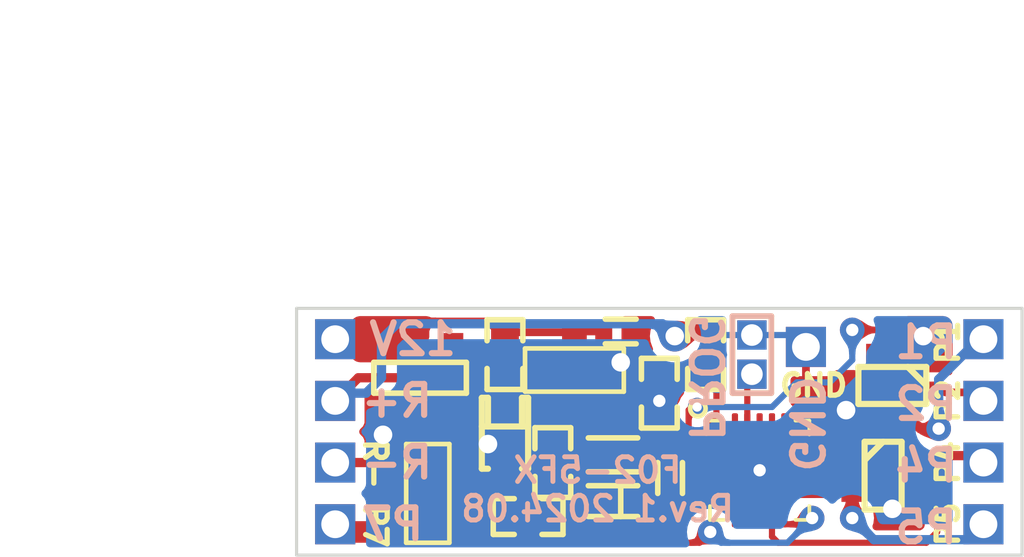
<source format=kicad_pcb>
(kicad_pcb (version 20221018) (generator pcbnew)
  (layers (0 "F.Cu" signal) (31 "B.Cu" signal) (34 "B.Paste" user) (35 "F.Paste" user) (36 "B.SilkS" user "B.Silkscreen") (37 "F.SilkS" user "F.Silkscreen") (38 "B.Mask" user) (39 "F.Mask" user) (44 "Edge.Cuts" user))
  (net 0 "")
  (net 1 "+5V")
  (net 2 "GND")
  (net 3 "+12V")
  (net 4 "RAIL-")
  (net 5 "RAIL+")
  (net 6 "Net-(D2-K)")
  (net 7 "UPDI")
  (net 8 "Func7")
  (net 9 "Net-(U1-PA2)")
  (net 10 "Net-(U1-PA4)")
  (net 11 "Func1")
  (net 12 "ABC+")
  (net 13 "FWD")
  (net 14 "Func3")
  (net 15 "Func5")
  (net 16 "Func4")
  (net 17 "TXD")
  (net 18 "DIR_JP")
  (net 19 "PWM")
  (net 20 "Func6")
  (net 21 "Func2")
  (net 22 "ABC-")
  (net 23 "REV")
  (net 24 "BEMF")
  (net 25 "/FX7")
  (net 26 "/FX4")
  (net 27 "/FX2")
  (net 28 "/FX1")
  (net 29 "/FX5")
  (footprint "footprint:C_1005_v2" (layer "F.Cu") (at 113.5 83.75)
    (fp_text reference "C2" hide)
    (fp_text value "104" hide)
    (fp_line (start -0.5 -0.4) (end 0.5 -0.4) (stroke (width 0.18)) (layer "F.SilkS"))
    (fp_line (start 0.5 0.4) (end -0.5 0.4) (stroke (width 0.18)) (layer "F.SilkS"))
    (pad "1" smd rect (at -0.55 0) (size 0.55 0.5) (layers "F.Cu" "F.Paste" "F.Mask") (net 3 "+12V"))
    (pad "2" smd rect (at 0.55 0) (size 0.55 0.5) (layers "F.Cu" "F.Paste" "F.Mask") (net 2 "GND"))
  )
  (footprint "footprint:UMD2" (layer "F.Cu") (at 109.75 87.2 90)
    (fp_text reference "D2" hide)
    (fp_text value "UDZV5.6B" hide)
    (fp_line (start -1 -0.75) (end 1.3 -0.75) (stroke (width 0.2)) (layer "F.SilkS"))
    (fp_line (start -1 -0.55) (end -1 -0.75) (stroke (width 0.2)) (layer "F.SilkS"))
    (fp_line (start -1 0.55) (end -1 0.75) (stroke (width 0.2)) (layer "F.SilkS"))
    (fp_line (start -1 0.75) (end 1.3 0.75) (stroke (width 0.2)) (layer "F.SilkS"))
    (fp_line (start 0.37 -0.75) (end 0.37 0.75) (stroke (width 0.2)) (layer "F.SilkS"))
    (fp_line (start 0.37 -0.55) (end 1.3 -0.55) (stroke (width 0.2)) (layer "F.SilkS"))
    (fp_line (start 0.37 0.55) (end 1.3 0.55) (stroke (width 0.2)) (layer "F.SilkS"))
    (fp_line (start 1.3 -0.75) (end 1.3 -0.55) (stroke (width 0.2)) (layer "F.SilkS"))
    (fp_line (start 1.3 0.75) (end 1.3 0.55) (stroke (width 0.2)) (layer "F.SilkS"))
    (pad "1" smd rect (at 1.05 0 90) (size 0.8 0.9) (layers "F.Cu" "F.Paste" "F.Mask") (net 6 "Net-(D2-K)"))
    (pad "2" smd rect (at -1.05 0 90) (size 0.8 0.9) (layers "F.Cu" "F.Paste" "F.Mask") (net 2 "GND"))
  )
  (footprint "footprint:PAD_1.3x1.3_Hole0.9" (layer "F.Cu") (at 125.25 88)
    (fp_text reference "J2" hide)
    (fp_text value "PAD" hide)
    (pad "1" thru_hole rect (at 0 0) (size 1.3 1.3) (drill 0.9) (layers "*.Cu" "*.Mask") (net 26 "/FX4"))
  )
  (footprint "footprint:PAD_1.3x1.3_Hole0.9" (layer "F.Cu") (at 125.25 84)
    (fp_text reference "J4" hide)
    (fp_text value "PAD" hide)
    (pad "1" thru_hole rect (at 0 0) (size 1.3 1.3) (drill 0.9) (layers "*.Cu" "*.Mask") (net 28 "/FX1"))
  )
  (footprint "footprint:SOT-363-nomark-v2" (layer "F.Cu") (at 122.3 85.5 180)
    (fp_text reference "Q2" hide)
    (fp_text value "2N7002DW" hide)
    (fp_line (start -1.1 -0.6) (end -1.1 0.6) (stroke (width 0.2)) (layer "F.SilkS"))
    (fp_line (start -1.1 0) (end -0.5 0.6) (stroke (width 0.2)) (layer "F.SilkS"))
    (fp_line (start -1.1 0.6) (end 1.1 0.6) (stroke (width 0.2)) (layer "F.SilkS"))
    (fp_line (start 1.1 -0.6) (end -1.1 -0.6) (stroke (width 0.2)) (layer "F.SilkS"))
    (fp_line (start 1.1 -0.6) (end 1.1 0.6) (stroke (width 0.2)) (layer "F.SilkS"))
    (pad "1" smd rect (at -0.65 0.95 180) (size 0.4 0.8) (layers "F.Cu" "F.Paste" "F.Mask") (net 2 "GND"))
    (pad "2" smd rect (at 0 0.95 180) (size 0.4 0.8) (layers "F.Cu" "F.Paste" "F.Mask") (net 11 "Func1"))
    (pad "3" smd rect (at 0.65 0.95 180) (size 0.4 0.8) (layers "F.Cu" "F.Paste" "F.Mask") (net 27 "/FX2"))
    (pad "4" smd rect (at 0.65 -0.95 180) (size 0.4 0.8) (layers "F.Cu" "F.Paste" "F.Mask") (net 2 "GND"))
    (pad "5" smd rect (at 0 -0.95 180) (size 0.4 0.8) (layers "F.Cu" "F.Paste" "F.Mask") (net 21 "Func2"))
    (pad "6" smd rect (at -0.65 -0.95 180) (size 0.4 0.8) (layers "F.Cu" "F.Paste" "F.Mask") (net 28 "/FX1"))
  )
  (footprint "footprint:R_1608_20240411" (layer "F.Cu") (at 111.3 88 90)
    (fp_text reference "R4" hide)
    (fp_text value "104" hide)
    (fp_line (start -1.13 -0.58) (end -1.13 0.58) (stroke (width 0.18)) (layer "F.SilkS"))
    (fp_line (start -1.13 0.58) (end -0.45 0.58) (stroke (width 0.18)) (layer "F.SilkS"))
    (fp_line (start -0.45 -0.58) (end -1.13 -0.58) (stroke (width 0.18)) (layer "F.SilkS"))
    (fp_line (start 0.45 -0.58) (end 1.13 -0.58) (stroke (width 0.18)) (layer "F.SilkS"))
    (fp_line (start 1.13 -0.58) (end 1.13 0.58) (stroke (width 0.18)) (layer "F.SilkS"))
    (fp_line (start 1.13 0.58) (end 0.45 0.58) (stroke (width 0.18)) (layer "F.SilkS"))
    (pad "1" smd rect (at -0.75 0 90) (size 0.5 0.9) (layers "F.Cu" "F.Paste" "F.Mask") (net 10 "Net-(U1-PA4)"))
    (pad "2" smd rect (at 0.75 0 90) (size 0.5 0.9) (layers "F.Cu" "F.Paste" "F.Mask") (net 2 "GND"))
  )
  (footprint "footprint:R_1608_20240411" (layer "F.Cu") (at 114.75 85.75 -90)
    (fp_text reference "R3" hide)
    (fp_text value "104" hide)
    (fp_line (start -1.13 -0.58) (end -1.13 0.58) (stroke (width 0.18)) (layer "F.SilkS"))
    (fp_line (start -1.13 0.58) (end -0.45 0.58) (stroke (width 0.18)) (layer "F.SilkS"))
    (fp_line (start -0.45 -0.58) (end -1.13 -0.58) (stroke (width 0.18)) (layer "F.SilkS"))
    (fp_line (start 0.45 -0.58) (end 1.13 -0.58) (stroke (width 0.18)) (layer "F.SilkS"))
    (fp_line (start 1.13 -0.58) (end 1.13 0.58) (stroke (width 0.18)) (layer "F.SilkS"))
    (fp_line (start 1.13 0.58) (end 0.45 0.58) (stroke (width 0.18)) (layer "F.SilkS"))
    (pad "1" smd rect (at -0.75 0 270) (size 0.5 0.9) (layers "F.Cu" "F.Paste" "F.Mask") (net 9 "Net-(U1-PA2)"))
    (pad "2" smd rect (at 0.75 0 270) (size 0.5 0.9) (layers "F.Cu" "F.Paste" "F.Mask") (net 2 "GND"))
  )
  (footprint "footprint:C_1608" (layer "F.Cu") (at 113.25 87.75 180)
    (fp_text reference "C3" hide)
    (fp_text value "226" hide)
    (fp_line (start -0.8 -0.55) (end 0.8 -0.55) (stroke (width 0.18)) (layer "F.SilkS"))
    (fp_line (start 0.8 0.55) (end -0.8 0.55) (stroke (width 0.18)) (layer "F.SilkS"))
    (pad "1" smd rect (at -0.775 0 180) (size 0.8 0.8) (layers "F.Cu" "F.Paste" "F.Mask") (net 1 "+5V"))
    (pad "2" smd rect (at 0.775 0 180) (size 0.8 0.8) (layers "F.Cu" "F.Paste" "F.Mask") (net 2 "GND"))
  )
  (footprint "footprint:SOT-363-nomark-v2" (layer "F.Cu") (at 122 88.425 -90)
    (fp_text reference "Q4" hide)
    (fp_text value "2N7002DW" hide)
    (fp_line (start -1.1 -0.6) (end -1.1 0.6) (stroke (width 0.2)) (layer "F.SilkS"))
    (fp_line (start -1.1 0) (end -0.5 0.6) (stroke (width 0.2)) (layer "F.SilkS"))
    (fp_line (start -1.1 0.6) (end 1.1 0.6) (stroke (width 0.2)) (layer "F.SilkS"))
    (fp_line (start 1.1 -0.6) (end -1.1 -0.6) (stroke (width 0.2)) (layer "F.SilkS"))
    (fp_line (start 1.1 -0.6) (end 1.1 0.6) (stroke (width 0.2)) (layer "F.SilkS"))
    (pad "1" smd rect (at -0.65 0.95 270) (size 0.4 0.8) (layers "F.Cu" "F.Paste" "F.Mask") (net 2 "GND"))
    (pad "2" smd rect (at 0 0.95 270) (size 0.4 0.8) (layers "F.Cu" "F.Paste" "F.Mask") (net 16 "Func4"))
    (pad "3" smd rect (at 0.65 0.95 270) (size 0.4 0.8) (layers "F.Cu" "F.Paste" "F.Mask") (net 29 "/FX5"))
    (pad "4" smd rect (at 0.65 -0.95 270) (size 0.4 0.8) (layers "F.Cu" "F.Paste" "F.Mask") (net 2 "GND"))
    (pad "5" smd rect (at 0 -0.95 270) (size 0.4 0.8) (layers "F.Cu" "F.Paste" "F.Mask") (net 15 "Func5"))
    (pad "6" smd rect (at -0.65 -0.95 270) (size 0.4 0.8) (layers "F.Cu" "F.Paste" "F.Mask") (net 26 "/FX4"))
  )
  (footprint "footprint:PAD_1.3x1.3_Hole0.9" (layer "F.Cu") (at 104.25 88 180)
    (fp_text reference "P2" hide)
    (fp_text value "PAD" hide)
    (pad "1" thru_hole rect (at 0 0 180) (size 1.3 1.3) (drill 0.9) (layers "*.Cu" "*.Mask") (net 4 "RAIL-"))
  )
  (footprint "footprint:PAD_1.3x1.3_Hole0.9" (layer "F.Cu") (at 104.25 86 180)
    (fp_text reference "P1" hide)
    (fp_text value "PAD" hide)
    (pad "1" thru_hole rect (at 0 0 180) (size 1.3 1.3) (drill 0.9) (layers "*.Cu" "*.Mask") (net 5 "RAIL+"))
  )
  (footprint "footprint:R_1608_20240411" (layer "F.Cu") (at 110.5 89.75)
    (fp_text reference "R2" hide)
    (fp_text value "104" hide)
    (fp_line (start -1.13 -0.58) (end -1.13 0.58) (stroke (width 0.18)) (layer "F.SilkS"))
    (fp_line (start -1.13 0.58) (end -0.45 0.58) (stroke (width 0.18)) (layer "F.SilkS"))
    (fp_line (start -0.45 -0.58) (end -1.13 -0.58) (stroke (width 0.18)) (layer "F.SilkS"))
    (fp_line (start 0.45 -0.58) (end 1.13 -0.58) (stroke (width 0.18)) (layer "F.SilkS"))
    (fp_line (start 1.13 -0.58) (end 1.13 0.58) (stroke (width 0.18)) (layer "F.SilkS"))
    (fp_line (start 1.13 0.58) (end 0.45 0.58) (stroke (width 0.18)) (layer "F.SilkS"))
    (pad "1" smd rect (at -0.75 0) (size 0.5 0.9) (layers "F.Cu" "F.Paste" "F.Mask") (net 4 "RAIL-"))
    (pad "2" smd rect (at 0.75 0) (size 0.5 0.9) (layers "F.Cu" "F.Paste" "F.Mask") (net 10 "Net-(U1-PA4)"))
  )
  (footprint "footprint:C_1005_v2" (layer "F.Cu") (at 115.1 88.5 90)
    (fp_text reference "C1" hide)
    (fp_text value "104" hide)
    (fp_line (start -0.5 -0.4) (end 0.5 -0.4) (stroke (width 0.18)) (layer "F.SilkS"))
    (fp_line (start 0.5 0.4) (end -0.5 0.4) (stroke (width 0.18)) (layer "F.SilkS"))
    (pad "1" smd rect (at -0.55 0 90) (size 0.55 0.5) (layers "F.Cu" "F.Paste" "F.Mask") (net 1 "+5V"))
    (pad "2" smd rect (at 0.55 0 90) (size 0.55 0.5) (layers "F.Cu" "F.Paste" "F.Mask") (net 2 "GND"))
  )
  (footprint "footprint:PAD_1.3x1.3_Hole0.9" (layer "F.Cu") (at 125.25 86)
    (fp_text reference "J3" hide)
    (fp_text value "PAD" hide)
    (pad "1" thru_hole rect (at 0 0) (size 1.3 1.3) (drill 0.9) (layers "*.Cu" "*.Mask") (net 27 "/FX2"))
  )
  (footprint "footprint:PAD_1.3x1.3_Hole0.9" (layer "F.Cu") (at 104.25 90 180)
    (fp_text reference "J1" hide)
    (fp_text value "PAD" hide)
    (pad "1" thru_hole rect (at 0 0 180) (size 1.3 1.3) (drill 0.9) (layers "*.Cu" "*.Mask") (net 25 "/FX7"))
  )
  (footprint "footprint:R_1608_20240411" (layer "F.Cu") (at 109.75 84.5 -90)
    (fp_text reference "R5" hide)
    (fp_text value "472" hide)
    (fp_line (start -1.13 -0.58) (end -1.13 0.58) (stroke (width 0.18)) (layer "F.SilkS"))
    (fp_line (start -1.13 0.58) (end -0.45 0.58) (stroke (width 0.18)) (layer "F.SilkS"))
    (fp_line (start -0.45 -0.58) (end -1.13 -0.58) (stroke (width 0.18)) (layer "F.SilkS"))
    (fp_line (start 0.45 -0.58) (end 1.13 -0.58) (stroke (width 0.18)) (layer "F.SilkS"))
    (fp_line (start 1.13 -0.58) (end 1.13 0.58) (stroke (width 0.18)) (layer "F.SilkS"))
    (fp_line (start 1.13 0.58) (end 0.45 0.58) (stroke (width 0.18)) (layer "F.SilkS"))
    (pad "1" smd rect (at -0.75 0 270) (size 0.5 0.9) (layers "F.Cu" "F.Paste" "F.Mask") (net 3 "+12V"))
    (pad "2" smd rect (at 0.75 0 270) (size 0.5 0.9) (layers "F.Cu" "F.Paste" "F.Mask") (net 6 "Net-(D2-K)"))
  )
  (footprint "footprint:VQFN-20-1EP_3x3mm_P0.4mm_EP1.7x1.7mm" (layer "F.Cu") (at 118 88.25)
    (fp_text reference "U1" hide)
    (fp_text value "ATtiny1606-M" hide)
    (fp_line (start -1.61 1.61) (end -1.61 1.16) (stroke (width 0.12)) (layer "F.SilkS"))
    (fp_line (start -1.16 -1.61) (end -1.61 -1.61) (stroke (width 0.12)) (layer "F.SilkS"))
    (fp_line (start -1.16 1.61) (end -1.61 1.61) (stroke (width 0.12)) (layer "F.SilkS"))
    (fp_line (start 1.16 -1.61) (end 1.61 -1.61) (stroke (width 0.12)) (layer "F.SilkS"))
    (fp_line (start 1.16 1.61) (end 1.61 1.61) (stroke (width 0.12)) (layer "F.SilkS"))
    (fp_line (start 1.61 -1.61) (end 1.61 -1.16) (stroke (width 0.12)) (layer "F.SilkS"))
    (fp_line (start 1.61 1.61) (end 1.61 1.16) (stroke (width 0.12)) (layer "F.SilkS"))
    (pad "1" smd custom (at -1.45 -0.8) (size 0.143431 0.143431) (layers "F.Cu" "F.Paste" "F.Mask") (net 9 "Net-(U1-PA2)") (options (clearance outline) (anchor circle)) (primitives (gr_poly (pts (xy -0.35 -0.05) (xy 0.299289 -0.05) (xy 0.35 0.000711) (xy 0.35 0.05) (xy -0.35 0.05)) (width 0.1) (fill yes))))
    (pad "2" smd roundrect (at -1.45 -0.4) (size 0.8 0.2) (layers "F.Cu" "F.Paste" "F.Mask") (net 11 "Func1"))
    (pad "3" smd roundrect (at -1.45 0) (size 0.8 0.2) (layers "F.Cu" "F.Paste" "F.Mask") (net 2 "GND"))
    (pad "4" smd roundrect (at -1.45 0.4) (size 0.8 0.2) (layers "F.Cu" "F.Paste" "F.Mask") (net 1 "+5V"))
    (pad "5" smd custom (at -1.45 0.8) (size 0.143431 0.143431) (layers "F.Cu" "F.Paste" "F.Mask") (net 10 "Net-(U1-PA4)") (options (clearance outline) (anchor circle)) (primitives (gr_poly (pts (xy -0.35 -0.05) (xy 0.35 -0.05) (xy 0.35 -0.000711) (xy 0.299289 0.05) (xy -0.35 0.05)) (width 0.1) (fill yes))))
    (pad "6" smd custom (at -0.8 1.45) (size 0.143431 0.143431) (layers "F.Cu" "F.Paste" "F.Mask") (net 12 "ABC+") (options (clearance outline) (anchor circle)) (primitives (gr_poly (pts (xy -0.05 -0.299289) (xy 0.000711 -0.35) (xy 0.05 -0.35) (xy 0.05 0.35) (xy -0.05 0.35)) (width 0.1) (fill yes))))
    (pad "7" smd roundrect (at -0.4 1.45) (size 0.2 0.8) (layers "F.Cu" "F.Paste" "F.Mask") (net 13 "FWD"))
    (pad "8" smd roundrect (at 0 1.45) (size 0.2 0.8) (layers "F.Cu" "F.Paste" "F.Mask") (net 14 "Func3"))
    (pad "9" smd roundrect (at 0.4 1.45) (size 0.2 0.8) (layers "F.Cu" "F.Paste" "F.Mask") (net 15 "Func5"))
    (pad "10" smd custom (at 0.8 1.45) (size 0.143431 0.143431) (layers "F.Cu" "F.Paste" "F.Mask") (net 8 "Func7") (options (clearance outline) (anchor circle)) (primitives (gr_poly (pts (xy -0.05 -0.35) (xy -0.000711 -0.35) (xy 0.05 -0.299289) (xy 0.05 0.35) (xy -0.05 0.35)) (width 0.1) (fill yes))))
    (pad "11" smd custom (at 1.45 0.8) (size 0.143431 0.143431) (layers "F.Cu" "F.Paste" "F.Mask") (net 16 "Func4") (options (clearance outline) (anchor circle)) (primitives (gr_poly (pts (xy -0.35 -0.05) (xy 0.35 -0.05) (xy 0.35 0.05) (xy -0.299289 0.05) (xy -0.35 -0.000711)) (width 0.1) (fill yes))))
    (pad "12" smd roundrect (at 1.45 0.4) (size 0.8 0.2) (layers "F.Cu" "F.Paste" "F.Mask") (net 17 "TXD"))
    (pad "13" smd roundrect (at 1.45 0) (size 0.8 0.2) (layers "F.Cu" "F.Paste" "F.Mask") (net 18 "DIR_JP"))
    (pad "14" smd roundrect (at 1.45 -0.4) (size 0.8 0.2) (layers "F.Cu" "F.Paste" "F.Mask") (net 19 "PWM"))
    (pad "15" smd custom (at 1.45 -0.8) (size 0.143431 0.143431) (layers "F.Cu" "F.Paste" "F.Mask") (net 20 "Func6") (options (clearance outline) (anchor circle)) (primitives (gr_poly (pts (xy -0.35 0.000711) (xy -0.299289 -0.05) (xy 0.35 -0.05) (xy 0.35 0.05) (xy -0.35 0.05)) (width 0.1) (fill yes))))
    (pad "16" smd custom (at 0.8 -1.45) (size 0.143431 0.143431) (layers "F.Cu" "F.Paste" "F.Mask") (net 21 "Func2") (options (clearance outline) (anchor circle)) (primitives (gr_poly (pts (xy -0.05 -0.35) (xy 0.05 -0.35) (xy 0.05 0.299289) (xy -0.000711 0.35) (xy -0.05 0.35)) (width 0.1) (fill yes))))
    (pad "17" smd roundrect (at 0.4 -1.45) (size 0.2 0.8) (layers "F.Cu" "F.Paste" "F.Mask") (net 22 "ABC-"))
    (pad "18" smd roundrect (at 0 -1.45) (size 0.2 0.8) (layers "F.Cu" "F.Paste" "F.Mask") (net 23 "REV"))
    (pad "19" smd roundrect (at -0.4 -1.45) (size 0.2 0.8) (layers "F.Cu" "F.Paste" "F.Mask") (net 7 "UPDI"))
    (pad "20" smd custom (at -0.8 -1.45) (size 0.143431 0.143431) (layers "F.Cu" "F.Paste" "F.Mask") (net 24 "BEMF") (options (clearance outline) (anchor circle)) (primitives (gr_poly (pts (xy -0.05 -0.35) (xy 0.05 -0.35) (xy 0.05 0.35) (xy 0.000711 0.35) (xy -0.05 0.299289)) (width 0.1) (fill yes))))
    (pad "21" smd rect (at 0 0) (size 1.7 1.7) (layers "F.Cu" "F.Mask") (net 2 "GND"))
  )
  (footprint "footprint:SOT-23" (layer "F.Cu") (at 112 85)
    (fp_text reference "Q1" hide)
    (fp_text value "2SC4116" hide)
    (fp_line (start -1.6 -0.7) (end -1.6 0.7) (stroke (width 0.15)) (layer "F.SilkS"))
    (fp_line (start -1.6 0.7) (end 1.6 0.7) (stroke (width 0.15)) (layer "F.SilkS"))
    (fp_line (start 1.6 -0.7) (end -1.6 -0.7) (stroke (width 0.15)) (layer "F.SilkS"))
    (fp_line (start 1.6 0.7) (end 1.6 -0.7) (stroke (width 0.15)) (layer "F.SilkS"))
    (pad "1" smd rect (at -0.95 1.05) (size 0.8 1) (layers "F.Cu" "F.Paste" "F.Mask") (net 6 "Net-(D2-K)"))
    (pad "2" smd rect (at 0.95 1.05) (size 0.8 1) (layers "F.Cu" "F.Paste" "F.Mask") (net 1 "+5V"))
    (pad "3" smd rect (at 0 -1.05) (size 0.8 1) (layers "F.Cu" "F.Paste" "F.Mask") (net 3 "+12V"))
  )
  (footprint "footprint:R_1608_20240411" (layer "F.Cu") (at 116.25 84.5 -90)
    (fp_text reference "R1" hide)
    (fp_text value "104" hide)
    (fp_line (start -1.13 -0.58) (end -1.13 0.58) (stroke (width 0.18)) (layer "F.SilkS"))
    (fp_line (start -1.13 0.58) (end -0.45 0.58) (stroke (width 0.18)) (layer "F.SilkS"))
    (fp_line (start -0.45 -0.58) (end -1.13 -0.58) (stroke (width 0.18)) (layer "F.SilkS"))
    (fp_line (start 0.45 -0.58) (end 1.13 -0.58) (stroke (width 0.18)) (layer "F.SilkS"))
    (fp_line (start 1.13 -0.58) (end 1.13 0.58) (stroke (width 0.18)) (layer "F.SilkS"))
    (fp_line (start 1.13 0.58) (end 0.45 0.58) (stroke (width 0.18)) (layer "F.SilkS"))
    (pad "1" smd rect (at -0.75 0 270) (size 0.5 0.9) (layers "F.Cu" "F.Paste" "F.Mask") (net 5 "RAIL+"))
    (pad "2" smd rect (at 0.75 0 270) (size 0.5 0.9) (layers "F.Cu" "F.Paste" "F.Mask") (net 9 "Net-(U1-PA2)"))
  )
  (footprint "footprint:SOT-23" (layer "F.Cu") (at 107.25 89 90)
    (fp_text reference "Q3" hide)
    (fp_text value "SSM3K7002CFU" hide)
    (fp_line (start -1.6 -0.7) (end -1.6 0.7) (stroke (width 0.15)) (layer "F.SilkS"))
    (fp_line (start -1.6 0.7) (end 1.6 0.7) (stroke (width 0.15)) (layer "F.SilkS"))
    (fp_line (start 1.6 -0.7) (end -1.6 -0.7) (stroke (width 0.15)) (layer "F.SilkS"))
    (fp_line (start 1.6 0.7) (end 1.6 -0.7) (stroke (width 0.15)) (layer "F.SilkS"))
    (pad "1" smd rect (at -0.95 1.05 90) (size 0.8 1) (layers "F.Cu" "F.Paste" "F.Mask") (net 8 "Func7"))
    (pad "2" smd rect (at 0.95 1.05 90) (size 0.8 1) (layers "F.Cu" "F.Paste" "F.Mask") (net 2 "GND"))
    (pad "3" smd rect (at 0 -1.05 90) (size 0.8 1) (layers "F.Cu" "F.Paste" "F.Mask") (net 25 "/FX7"))
  )
  (footprint "footprint:PAD_1.3x1.3_Hole0.9" (layer "F.Cu") (at 104.25 84 180)
    (fp_text reference "P3" hide)
    (fp_text value "PAD" hide)
    (pad "1" thru_hole rect (at 0 0 180) (size 1.3 1.3) (drill 0.9) (layers "*.Cu" "*.Mask") (net 3 "+12V"))
  )
  (footprint "footprint:PAD_1.3x1.3_Hole0.9" (layer "F.Cu") (at 125.25 90)
    (fp_text reference "J5" hide)
    (fp_text value "PAD" hide)
    (pad "1" thru_hole rect (at 0 0) (size 1.3 1.3) (drill 0.9) (layers "*.Cu" "*.Mask") (net 29 "/FX5"))
  )
  (footprint "footprint:SOT-143" (layer "F.Cu") (at 107 85.25)
    (fp_text reference "D1" hide)
    (fp_text value "BAS3007" hide)
    (fp_line (start -1.5 -0.5) (end -1.5 0.5) (stroke (width 0.18)) (layer "F.SilkS"))
    (fp_line (start -1.5 -0.5) (end 1.5 -0.5) (stroke (width 0.18)) (layer "F.SilkS"))
    (fp_line (start 1.5 -0.5) (end 1.5 0.5) (stroke (width 0.18)) (layer "F.SilkS"))
    (fp_line (start 1.5 0.5) (end -1.5 0.5) (stroke (width 0.18)) (layer "F.SilkS"))
    (pad "1" smd rect (at -0.8 1) (size 1.2 0.9) (layers "F.Cu" "F.Paste" "F.Mask") (net 2 "GND"))
    (pad "2" smd rect (at 1 1) (size 0.8 0.9) (layers "F.Cu" "F.Paste" "F.Mask") (net 4 "RAIL-"))
    (pad "3" smd rect (at 1 -1) (size 0.8 0.9) (layers "F.Cu" "F.Paste" "F.Mask") (net 5 "RAIL+"))
    (pad "4" smd rect (at -1 -1) (size 0.8 0.9) (layers "F.Cu" "F.Paste" "F.Mask") (net 3 "+12V"))
  )
  (footprint "footprint:CP_1608" (layer "F.Cu") (at 113.25 89.25 180)
    (fp_text reference "C4" hide)
    (fp_text value "476" hide)
    (fp_line (start -0.8 -0.5) (end 0.8 -0.5) (stroke (width 0.18)) (layer "F.SilkS"))
    (fp_line (start -0.25 -0.5) (end -0.25 0.5) (stroke (width 0.18)) (layer "F.SilkS"))
    (fp_line (start 0.8 0.5) (end -0.8 0.5) (stroke (width 0.18)) (layer "F.SilkS"))
    (pad "1" smd rect (at -0.775 0 180) (size 0.8 0.7) (layers "F.Cu" "F.Paste" "F.Mask") (net 1 "+5V"))
    (pad "2" smd rect (at 0.775 0 180) (size 0.8 0.7) (layers "F.Cu" "F.Paste" "F.Mask") (net 2 "GND"))
  )
  (footprint "footprint:PAD_PROG_2PIN_HOLE0.7" (layer "F.Cu") (at 117.75 84.5 90)
    (fp_text reference "P5" hide)
    (fp_text value "PROG" hide)
    (fp_line (start -1.25 -0.63) (end -1.25 0.63) (stroke (width 0.18)) (layer "B.SilkS"))
    (fp_line (start -1.25 -0.63) (end 1.25 -0.63) (stroke (width 0.18)) (layer "B.SilkS"))
    (fp_line (start 1.25 -0.63) (end 1.25 0.63) (stroke (width 0.18)) (layer "B.SilkS"))
    (fp_line (start 1.25 0.63) (end -1.25 0.63) (stroke (width 0.18)) (layer "B.SilkS"))
    (fp_line (start -1.25 -0.63) (end -1.25 0.63) (stroke (width 0.18)) (layer "F.SilkS"))
    (fp_line (start -1.25 -0.63) (end 1.25 -0.63) (stroke (width 0.18)) (layer "F.SilkS"))
    (fp_line (start 1.25 -0.63) (end 1.25 0.63) (stroke (width 0.18)) (layer "F.SilkS"))
    (fp_line (start 1.25 0.63) (end -1.25 0.63) (stroke (width 0.18)) (layer "F.SilkS"))
    (pad "1" thru_hole rect (at -0.635 0 90) (size 0.95 0.95) (drill 0.7) (layers "*.Cu" "*.Mask") (net 7 "UPDI"))
    (pad "2" thru_hole rect (at 0.635 0 90) (size 0.95 0.95) (drill 0.7) (layers "*.Cu" "*.Mask") (net 2 "GND"))
  )
  (footprint "footprint:PAD_1.3x1.3_Hole0.9" (layer "F.Cu") (at 119.5 84.25)
    (fp_text reference "P4" hide)
    (fp_text value "PAD" hide)
    (pad "1" thru_hole rect (at 0 0) (size 1.3 1.3) (drill 0.9) (layers "*.Cu" "*.Mask") (net 2 "GND"))
  )
  (gr_circle (center 116 86.25) (end 116.25 86.25) (stroke (width 0.15)) (fill none) (layer "F.SilkS"))
  (gr_line (start 126.5 91) (end 126.5 83) (stroke (width 0.1)) (layer "Edge.Cuts"))
  (gr_line (start 103 91) (end 126.5 91) (stroke (width 0.1)) (layer "Edge.Cuts"))
  (gr_line (start 103 83) (end 103 91) (stroke (width 0.1)) (layer "Edge.Cuts"))
  (gr_line (start 126.5 83) (end 103 83) (stroke (width 0.1)) (layer "Edge.Cuts"))
  (gr_text "12V" (at 105.25 84) (layer "B.SilkS") (effects (font (size 1 1) (thickness 0.2) bold) (justify right mirror)))
  (gr_text "P7" (at 105 90) (layer "B.SilkS") (effects (font (size 1 1) (thickness 0.2) bold) (justify right mirror)))
  (gr_text "P1" (at 124.5 84.1) (layer "B.SilkS") (effects (font (size 1 1) (thickness 0.2) bold) (justify left mirror)))
  (gr_text "Rev.1 2024.08" (at 112.75 89.5) (layer "B.SilkS") (effects (font (size 0.8 0.8) (thickness 0.16) bold) (justify mirror)))
  (gr_text "F02-5FX" (at 112.75 88.25) (layer "B.SilkS") (effects (font (size 0.8 0.8) (thickness 0.16) bold) (justify mirror)))
  (gr_text "R+" (at 105 86) (layer "B.SilkS") (effects (font (size 1 1) (thickness 0.2) bold) (justify right mirror)))
  (gr_text "P4" (at 124.5 88.1) (layer "B.SilkS") (effects (font (size 1 1) (thickness 0.2) bold) (justify left mirror)))
  (gr_text "R-" (at 105 88) (layer "B.SilkS") (effects (font (size 1 1) (thickness 0.2) bold) (justify right mirror)))
  (gr_text "PROG" (at 116.25 85.25 -90) (layer "B.SilkS") (effects (font (size 1 1) (thickness 0.2) bold) (justify mirror)))
  (gr_text "P5" (at 124.5 90.1) (layer "B.SilkS") (effects (font (size 1 1) (thickness 0.2) bold) (justify left mirror)))
  (gr_text "GND" (at 119.5 86.75 -90) (layer "B.SilkS") (effects (font (size 1 1) (thickness 0.2) bold) (justify mirror)))
  (gr_text "P2" (at 124.5 86.1) (layer "B.SilkS") (effects (font (size 1 1) (thickness 0.2) bold) (justify left mirror)))
  (gr_text "R-" (at 105.55 88.05 270) (layer "F.SilkS") (effects (font (size 0.7 0.7) (thickness 0.17) bold)))
  (gr_text "P1" (at 124.1 84.1 90) (layer "F.SilkS") (effects (font (size 0.7 0.7) (thickness 0.17) bold)))
  (gr_text "GND" (at 119.75 85.5) (layer "F.SilkS") (effects (font (size 0.7 0.7) (thickness 0.17) bold)))
  (gr_text "P4" (at 124.1 88 90) (layer "F.SilkS") (effects (font (size 0.7 0.7) (thickness 0.17) bold)))
  (gr_text "P2" (at 124.1 86 90) (layer "F.SilkS") (effects (font (size 0.7 0.7) (thickness 0.17) bold)))
  (gr_text "P5" (at 124.1 90 90) (layer "F.SilkS") (effects (font (size 0.7 0.7) (thickness 0.17) bold)))
  (gr_text "P7" (at 105.55 90.05 270) (layer "F.SilkS") (effects (font (size 0.7 0.7) (thickness 0.17) bold)))
  (segment (start 114.025 89) (end 114.025 87.75) (width 0.4) (layer "F.Cu") (net 1))
  (segment (start 116.55 88.65) (end 115.65 88.65) (width 0.2) (layer "F.Cu") (net 1))
  (segment (start 115.4 88.9) (end 115.25 89.05) (width 0.2) (layer "F.Cu") (net 1))
  (segment (start 113.1 86.825) (end 113.1 86.2) (width 0.4) (layer "F.Cu") (net 1))
  (segment (start 114.225 89.05) (end 114.025 89.25) (width 0.3) (layer "F.Cu") (net 1))
  (segment (start 115 89.05) (end 113.975 89.05) (width 0.3) (layer "F.Cu") (net 1))
  (segment (start 115.4 88.9) (end 115.25 88.9) (width 0.2) (layer "F.Cu") (net 1))
  (segment (start 113.1 86.2) (end 112.95 86.05) (width 0.4) (layer "F.Cu") (net 1))
  (segment (start 114.025 87.75) (end 113.1 86.825) (width 0.4) (layer "F.Cu") (net 1))
  (segment (start 115.25 88.9) (end 115.1 89.05) (width 0.2) (layer "F.Cu") (net 1))
  (segment (start 115.65 88.65) (end 115.4 88.9) (width 0.2) (layer "F.Cu") (net 1))
  (segment (start 122.15 89.075) (end 122.95 89.075) (width 0.25) (layer "F.Cu") (net 2))
  (segment (start 122 88.925) (end 122.15 89.075) (width 0.25) (layer "F.Cu") (net 2))
  (segment (start 112 85) (end 112 87.525) (width 0.2) (layer "F.Cu") (net 2))
  (segment (start 115.1 87.8) (end 115.1 86.825) (width 0.2) (layer "F.Cu") (net 2))
  (segment (start 111.25 85) (end 112 85) (width 0.2) (layer "F.Cu") (net 2))
  (segment (start 121.6 86.4) (end 121.65 86.45) (width 0.2) (layer "F.Cu") (net 2))
  (segment (start 108.8 85.2) (end 108.8 84.7) (width 0.2) (layer "F.Cu") (net 2))
  (segment (start 120.7 86.4) (end 121.6 86.4) (width 0.25) (layer "F.Cu") (net 2))
  (segment (start 106.75 86) (end 107.5 85.25) (width 0.25) (layer "F.Cu") (net 2))
  (segment (start 105.95 86) (end 106.75 86) (width 0.3) (layer "F.Cu") (net 2))
  (segment (start 123.3 84.1) (end 123.15 84.25) (width 0.2) (layer "F.Cu") (net 2))
  (segment (start 113.25 85) (end 113.5 84.75) (width 0.2) (layer "F.Cu") (net 2))
  (segment (start 115.55 88.25) (end 115.1 87.8) (width 0.2) (layer "F.Cu") (net 2))
  (segment (start 108.8 84.7) (end 109 84.5) (width 0.2) (layer "F.Cu") (net 2))
  (segment (start 112 87.525) (end 112.475 88) (width 0.2) (layer "F.Cu") (net 2))
  (segment (start 112 85) (end 113.25 85) (width 0.2) (layer "F.Cu") (net 2))
  (segment (start 107.5 85.25) (end 108.75 85.25) (width 0.2) (layer "F.Cu") (net 2))
  (segment (start 115.4 88.25) (end 115.1 87.95) (width 0.2) (layer "F.Cu") (net 2))
  (segment (start 123.3 83.9) (end 123.3 84.1) (width 0.2) (layer "F.Cu") (net 2))
  (segment (start 108.75 85.25) (end 108.8 85.2) (width 0.2) (layer "F.Cu") (net 2))
  (segment (start 122 88) (end 122 88.925) (width 0.25) (layer "F.Cu") (net 2))
  (segment (start 119.8 86.4) (end 120.7 86.4) (width 0.2) (layer "F.Cu") (net 2))
  (segment (start 121.05 87.775) (end 121.775 87.775) (width 0.25) (layer "F.Cu") (net 2))
  (segment (start 115.1 86.825) (end 114.75 86.475) (width 0.2) (layer "F.Cu") (net 2))
  (segment (start 119.5 86.1) (end 119.5 84.25) (width 0.25) (layer "F.Cu") (net 2))
  (segment (start 109 84.5) (end 110.75 84.5) (width 0.2) (layer "F.Cu") (net 2))
  (segment (start 116.55 88.25) (end 118 88.25) (width 0.2) (layer "F.Cu") (net 2))
  (segment (start 117.05 88.25) (end 116.5 88.25) (width 0.2) (layer "F.Cu") (net 2))
  (segment (start 115 88.25) (end 116.55 88.25) (width 0.2) (layer "F.Cu") (net 2))
  (segment (start 110.75 84.5) (end 111.25 85) (width 0.2) (layer "F.Cu") (net 2))
  (segment (start 115.55 88.25) (end 115.4 88.25) (width 0.2) (layer "F.Cu") (net 2))
  (segment (start 121.775 87.775) (end 122 88) (width 0.25) (layer "F.Cu") (net 2))
  (segment (start 119.8 86.4) (end 119.5 86.1) (width 0.2) (layer "F.Cu") (net 2))
  (via (at 123.3 83.9) (size 1) (drill 0.6) (layers "F.Cu" "B.Cu") (net 2))
  (via (at 114.75 86) (size 0.8) (drill 0.4) (layers "F.Cu" "B.Cu") (net 2))
  (via (at 118 88.25) (size 0.8) (drill 0.4) (layers "F.Cu" "B.Cu") (net 2))
  (via (at 109.2 87.4) (size 1) (drill 0.6) (layers "F.Cu" "B.Cu") (net 2))
  (via (at 122.3 89.5) (size 1) (drill 0.6) (layers "F.Cu" "B.Cu") (net 2))
  (via (at 105.8 87.1) (size 0.9) (drill 0.6) (layers "F.Cu" "B.Cu") (net 2))
  (via (at 113.5 84.75) (size 0.9) (drill 0.6) (layers "F.Cu" "B.Cu") (net 2))
  (via (at 120.8 86.3) (size 0.9) (drill 0.6) (layers "F.Cu" "B.Cu") (net 2))
  (segment (start 113 88) (end 115.25 88) (width 0.2) (layer "B.Cu") (net 2))
  (segment (start 116.635 83.865) (end 116.5 84) (width 0.2) (layer "B.Cu") (net 2))
  (segment (start 109.2 87.4) (end 109.3 87.5) (width 0.2) (layer "B.Cu") (net 2))
  (segment (start 117.75 83.865) (end 116.635 83.865) (width 0.2) (layer "B.Cu") (net 2))
  (segment (start 114.1 86.1) (end 113.5 85.5) (width 0.2) (layer "B.Cu") (net 2))
  (segment (start 112.5 87.5) (end 113 88) (width 0.2) (layer "B.Cu") (net 2))
  (segment (start 115.1 85.1) (end 114.1 86.1) (width 0.2) (layer "B.Cu") (net 2))
  (segment (start 109.3 87.5) (end 112.5 87.5) (width 0.2) (layer "B.Cu") (net 2))
  (segment (start 108.8 87) (end 105.8 87) (width 0.2) (layer "B.Cu") (net 2))
  (segment (start 119.05 86.95) (end 118.75 87.25) (width 0.2) (layer "B.Cu") (net 2))
  (segment (start 116.5 84) (end 116.5 84.7) (width 0.2) (layer "B.Cu") (net 2))
  (segment (start 118.75 88.25) (end 118 88.25) (width 0.4) (layer "B.Cu") (net 2))
  (segment (start 117.75 83.865) (end 119.115 83.865) (width 0.2) (layer "B.Cu") (net 2))
  (segment (start 116.5 84.7) (end 116.1 85.1) (width 0.2) (layer "B.Cu") (net 2))
  (segment (start 119.115 83.865) (end 119.5 84.25) (width 0.2) (layer "B.Cu") (net 2))
  (segment (start 118.75 87.25) (end 118.75 88.25) (width 0.2) (layer "B.Cu") (net 2))
  (segment (start 116.1 85.1) (end 115.1 85.1) (width 0.2) (layer "B.Cu") (net 2))
  (segment (start 115.25 88) (end 115.25 87.25) (width 0.2) (layer "B.Cu") (net 2))
  (segment (start 113.5 85.5) (end 113.5 84.75) (width 0.2) (layer "B.Cu") (net 2))
  (segment (start 109.2 87.4) (end 108.8 87) (width 0.2) (layer "B.Cu") (net 2))
  (segment (start 115.25 87.25) (end 114.1 86.1) (width 0.2) (layer "B.Cu") (net 2))
  (segment (start 118.25 88) (end 115.25 88) (width 0.2) (layer "B.Cu") (net 2))
  (segment (start 112.95 83.75) (end 112.2 83.75) (width 0.25) (layer "F.Cu") (net 3))
  (segment (start 109.15 83.4) (end 109.525 83.775) (width 0.2) (layer "F.Cu") (net 3))
  (segment (start 107.5 83.4) (end 109.15 83.4) (width 0.2) (layer "F.Cu") (net 3))
  (segment (start 111.825 83.775) (end 112 83.95) (width 0.25) (layer "F.Cu") (net 3))
  (segment (start 109.525 83.775) (end 109.75 83.775) (width 0.2) (layer "F.Cu") (net 3))
  (segment (start 106.5 83.75) (end 106 84.25) (width 0.2) (layer "F.Cu") (net 3))
  (segment (start 107.5 83.4) (end 107.35 83.4) (width 0.2) (layer "F.Cu") (net 3))
  (segment (start 107.35 83.4) (end 107 83.75) (width 0.2) (layer "F.Cu") (net 3))
  (segment (start 109.75 83.775) (end 111.825 83.775) (width 0.25) (layer "F.Cu") (net 3))
  (segment (start 105.85 83.4) (end 105.75 83.5) (width 0.2) (layer "F.Cu") (net 3))
  (segment (start 107 83.75) (end 106.5 83.75) (width 0.2) (layer "F.Cu") (net 3))
  (segment (start 112.2 83.75) (end 112 83.95) (width 0.25) (layer "F.Cu") (net 3))
  (segment (start 105.75 84) (end 104 84) (width 0.5) (layer "F.Cu") (net 3))
  (segment (start 107.5 83.4) (end 105.85 83.4) (width 0.2) (layer "F.Cu") (net 3))
  (segment (start 107.75 86.4) (end 107.75 86.25) (width 0.3) (layer "F.Cu") (net 4))
  (segment (start 107.25 88) (end 107.25 87) (width 0.3) (layer "F.Cu") (net 4))
  (segment (start 109.0125 89) (end 107.5 89) (width 0.3) (layer "F.Cu") (net 4))
  (segment (start 107.25 88.75) (end 107.25 88) (width 0.3) (layer "F.Cu") (net 4))
  (segment (start 107.25 88) (end 104.25 88) (width 0.3) (layer "F.Cu") (net 4))
  (segment (start 109.7625 89.75) (end 109.0125 89) (width 0.3) (layer "F.Cu") (net 4))
  (segment (start 107.5 89) (end 107.25 88.75) (width 0.3) (layer "F.Cu") (net 4))
  (segment (start 107.25 87) (end 108 86.25) (width 0.3) (layer "F.Cu") (net 4))
  (segment (start 108 86.25) (end 108.25 86.5) (width 0.25) (layer "F.Cu") (net 4))
  (segment (start 109.775 89.75) (end 109.7625 89.75) (width 0.3) (layer "F.Cu") (net 4))
  (segment (start 105 85.25) (end 106.5 85.25) (width 0.3) (layer "F.Cu") (net 5))
  (segment (start 115.4 83.75) (end 115.25 83.9) (width 0.4) (layer "F.Cu") (net 5))
  (segment (start 107.75 84.5) (end 108 84.25) (width 0.3) (layer "F.Cu") (net 5))
  (segment (start 107.25 84.5) (end 107.75 84.5) (width 0.3) (layer "F.Cu") (net 5))
  (segment (start 105 85.25) (end 104.25 86) (width 0.3) (layer "F.Cu") (net 5))
  (segment (start 116.25 83.75) (end 115.4 83.75) (width 0.4) (layer "F.Cu") (net 5))
  (segment (start 106.5 85.25) (end 107.25 84.5) (width 0.3) (layer "F.Cu") (net 5))
  (via (at 115.25 83.9) (size 1) (drill 0.6) (layers "F.Cu" "B.Cu") (net 5))
  (segment (start 115.25 83.9) (end 114.85 83.5) (width 0.3) (layer "B.Cu") (net 5))
  (segment (start 106.25 83.5) (end 105.75 84) (width 0.3) (layer "B.Cu") (net 5))
  (segment (start 104.5 85.75) (end 104.25 86) (width 0.3) (layer "B.Cu") (net 5))
  (segment (start 114.85 83.5) (end 106.25 83.5) (width 0.3) (layer "B.Cu") (net 5))
  (segment (start 105.25 85.75) (end 104.5 85.75) (width 0.3) (layer "B.Cu") (net 5))
  (segment (start 105.25 85.75) (end 105.75 85.25) (width 0.3) (layer "B.Cu") (net 5))
  (segment (start 105.75 84) (end 105.75 85.25) (width 0.3) (layer "B.Cu") (net 5))
  (segment (start 109.75 86.2) (end 110.9 86.2) (width 0.25) (layer "F.Cu") (net 6))
  (segment (start 110.9 86.2) (end 111.05 86.05) (width 0.25) (layer "F.Cu") (net 6))
  (segment (start 109.75 86.2) (end 109.75 85.225) (width 0.25) (layer "F.Cu") (net 6))
  (segment (start 117.6 86.8) (end 117.6 85.285) (width 0.2) (layer "F.Cu") (net 7))
  (segment (start 117.6 85.285) (end 117.75 85.135) (width 0.2) (layer "F.Cu") (net 7))
  (segment (start 108.95 90.6) (end 108.3 89.95) (width 0.2) (layer "F.Cu") (net 8))
  (segment (start 119.5 90) (end 118.8 90) (width 0.2) (layer "F.Cu") (net 8))
  (segment (start 116.05 90.6) (end 108.95 90.6) (width 0.2) (layer "F.Cu") (net 8))
  (segment (start 119.7 89.8) (end 119.5 90) (width 0.2) (layer "F.Cu") (net 8))
  (segment (start 116.4 90.25) (end 116.05 90.6) (width 0.2) (layer "F.Cu") (net 8))
  (via (at 116.4 90.25) (size 0.8) (drill 0.4) (layers "F.Cu" "B.Cu") (net 8))
  (via (at 119.7 89.8) (size 0.8) (drill 0.4) (layers "F.Cu" "B.Cu") (net 8))
  (segment (start 119.7 89.8) (end 118.9 90.6) (width 0.2) (layer "B.Cu") (net 8))
  (segment (start 116.75 90.6) (end 116.4 90.25) (width 0.2) (layer "B.Cu") (net 8))
  (segment (start 118.9 90.6) (end 116.75 90.6) (width 0.2) (layer "B.Cu") (net 8))
  (segment (start 116.1 85.1) (end 116.25 85.25) (width 0.2) (layer "F.Cu") (net 9))
  (segment (start 116.6 86.55) (end 116.25 86.9) (width 0.2) (layer "F.Cu") (net 9))
  (segment (start 114.75 85) (end 114.85 85.1) (width 0.2) (layer "F.Cu") (net 9))
  (segment (start 116.6 85.325) (end 116.6 86.55) (width 0.2) (layer "F.Cu") (net 9))
  (segment (start 116.25 86.9) (end 116.25 87.45) (width 0.2) (layer "F.Cu") (net 9))
  (segment (start 116.525 85.25) (end 116.6 85.325) (width 0.2) (layer "F.Cu") (net 9))
  (segment (start 116.25 85.25) (end 116.525 85.25) (width 0.2) (layer "F.Cu") (net 9))
  (segment (start 116.55 87.45) (end 116.3 87.45) (width 0.2) (layer "F.Cu") (net 9))
  (segment (start 114.85 85.1) (end 116.1 85.1) (width 0.2) (layer "F.Cu") (net 9))
  (segment (start 111.25 90) (end 115.3 90) (width 0.2) (layer "F.Cu") (net 10))
  (segment (start 115.3 90) (end 116.25 89.05) (width 0.2) (layer "F.Cu") (net 10))
  (segment (start 116.25 89.05) (end 116.55 89.05) (width 0.2) (layer "F.Cu") (net 10))
  (segment (start 111.25 88.725) (end 111.25 90) (width 0.2) (layer "F.Cu") (net 10))
  (segment (start 122.1 83.7) (end 122.3 83.9) (width 0.2) (layer "F.Cu") (net 11))
  (segment (start 115.7 86.3) (end 115.7 87.5) (width 0.2) (layer "F.Cu") (net 11))
  (segment (start 115.8 86.2) (end 115.7 86.3) (width 0.2) (layer "F.Cu") (net 11))
  (segment (start 115.975 86.2) (end 115.8 86.2) (width 0.2) (layer "F.Cu") (net 11))
  (segment (start 122.3 84.55) (end 122.3 83.9) (width 0.2) (layer "F.Cu") (net 11))
  (segment (start 121 83.7) (end 122.1 83.7) (width 0.2) (layer "F.Cu") (net 11))
  (segment (start 116.05 87.85) (end 116.55 87.85) (width 0.2) (layer "F.Cu") (net 11))
  (segment (start 115.7 87.5) (end 116.05 87.85) (width 0.2) (layer "F.Cu") (net 11))
  (via (at 121 83.7) (size 0.8) (drill 0.4) (layers "F.Cu" "B.Cu") (net 11))
  (via (at 115.975 86.2) (size 0.6) (drill 0.3) (layers "F.Cu" "B.Cu") (net 11))
  (segment (start 121 84.675) (end 120.275 85.4) (width 0.2) (layer "B.Cu") (net 11))
  (segment (start 118.4 86.2) (end 115.975 86.2) (width 0.2) (layer "B.Cu") (net 11))
  (segment (start 121 83.7) (end 121 84.675) (width 0.2) (layer "B.Cu") (net 11))
  (segment (start 120.275 85.4) (end 119.2 85.4) (width 0.2) (layer "B.Cu") (net 11))
  (segment (start 119.2 85.4) (end 118.4 86.2) (width 0.2) (layer "B.Cu") (net 11))
  (segment (start 123.75 88.7) (end 123.75 90.25) (width 0.2) (layer "F.Cu") (net 15))
  (segment (start 118.4 90.4) (end 118.4 89.7) (width 0.2) (layer "F.Cu") (net 15))
  (segment (start 122.95 88.425) (end 123.475 88.425) (width 0.2) (layer "F.Cu") (net 15))
  (segment (start 123.4 90.6) (end 118.6 90.6) (width 0.2) (layer "F.Cu") (net 15))
  (segment (start 123.475 88.425) (end 123.75 88.7) (width 0.2) (layer "F.Cu") (net 15))
  (segment (start 123.75 90.25) (end 123.4 90.6) (width 0.2) (layer "F.Cu") (net 15))
  (segment (start 118.6 90.6) (end 118.4 90.4) (width 0.2) (layer "F.Cu") (net 15))
  (segment (start 120.1 89.05) (end 120.25 88.9) (width 0.2) (layer "F.Cu") (net 16))
  (segment (start 120.25 88.625) (end 120.45 88.425) (width 0.2) (layer "F.Cu") (net 16))
  (segment (start 120.25 88.9) (end 120.25 88.625) (width 0.2) (layer "F.Cu") (net 16))
  (segment (start 119.45 89.05) (end 120.1 89.05) (width 0.2) (layer "F.Cu") (net 16))
  (segment (start 120.45 88.425) (end 121.05 88.425) (width 0.2) (layer "F.Cu") (net 16))
  (segment (start 120 87) (end 120.2 87.2) (width 0.2) (layer "F.Cu") (net 21))
  (segment (start 118.8 86.8) (end 118.8 86.95) (width 0.2) (layer "F.Cu") (net 21))
  (segment (start 120.2 87.2) (end 122.15 87.2) (width 0.2) (layer "F.Cu") (net 21))
  (segment (start 122.15 87.2) (end 122.3 87.05) (width 0.2) (layer "F.Cu") (net 21))
  (segment (start 122.3 87.05) (end 122.3 86.45) (width 0.2) (layer "F.Cu") (net 21))
  (segment (start 118.8 87) (end 120 87) (width 0.2) (layer "F.Cu") (net 21))
  (segment (start 106.2 89) (end 106.2 89.8) (width 0.7) (layer "F.Cu") (net 25))
  (segment (start 105.75 90.25) (end 104.25 90.25) (width 0.7) (layer "F.Cu") (net 25))
  (segment (start 104.25 90.25) (end 104 90) (width 0.3) (layer "F.Cu") (net 25))
  (segment (start 106.2 89.8) (end 105.75 90.25) (width 0.7) (layer "F.Cu") (net 25))
  (segment (start 124.85 87.6) (end 125.25 88) (width 0.3) (layer "F.Cu") (net 26))
  (segment (start 125.025 87.775) (end 125.25 88) (width 0.3) (layer "F.Cu") (net 26))
  (segment (start 122.95 87.775) (end 125.025 87.775) (width 0.3) (layer "F.Cu") (net 26))
  (segment (start 125.25 88) (end 124.9 88.35) (width 0.25) (layer "F.Cu") (net 26))
  (segment (start 125.225 87.975) (end 125.25 88) (width 0.3) (layer "F.Cu") (net 26))
  (segment (start 123.8 85.5) (end 124.025 85.725) (width 0.25) (layer "F.Cu") (net 27))
  (segment (start 124.025 85.725) (end 124.975 85.725) (width 0.25) (layer "F.Cu") (net 27))
  (segment (start 121.65 84.55) (end 121.65 85.25) (width 0.25) (layer "F.Cu") (net 27))
  (segment (start 121.9 85.5) (end 123.8 85.5) (width 0.25) (layer "F.Cu") (net 27))
  (segment (start 121.65 85.25) (end 121.9 85.5) (width 0.25) (layer "F.Cu") (net 27))
  (segment (start 124.975 85.725) (end 125.25 86) (width 0.25) (layer "F.Cu") (net 27))
  (segment (start 123.8 86.9) (end 123.8 86.8) (width 0.2) (layer "F.Cu") (net 28))
  (segment (start 123.8 86.9) (end 123.2 86.9) (width 0.3) (layer "F.Cu") (net 28))
  (segment (start 122.95 86.65) (end 122.95 86.45) (width 0.2) (layer "F.Cu") (net 28))
  (segment (start 123.2 86.9) (end 122.95 86.65) (width 0.3) (layer "F.Cu") (net 28))
  (via (at 123.8 86.9) (size 0.8) (drill 0.4) (layers "F.Cu" "B.Cu") (net 28))
  (segment (start 125.1 84) (end 125.25 84) (width 0.2) (layer "B.Cu") (net 28))
  (segment (start 123.8 85.3) (end 125.1 84) (width 0.3) (layer "B.Cu") (net 28))
  (segment (start 123.8 86.9) (end 123.8 85.3) (width 0.3) (layer "B.Cu") (net 28))
  (segment (start 124.75 90.5) (end 125.25 90) (width 0.25) (layer "F.Cu") (net 29))
  (segment (start 121 89.8) (end 121 89.125) (width 0.4) (layer "F.Cu") (net 29))
  (via (at 121 89.8) (size 0.8) (drill 0.4) (layers "F.Cu" "B.Cu") (net 29))
  (segment (start 121.7 90.5) (end 124.75 90.5) (width 0.3) (layer "B.Cu") (net 29))
  (segment (start 124.75 90.5) (end 125.25 90) (width 0.25) (layer "B.Cu") (net 29))
  (segment (start 121 89.8) (end 121.7 90.5) (width 0.3) (layer "B.Cu") (net 29))
  (zone (net 2) (net_name "GND") (layer "F.Cu") (connect_pads yes (clearance 0.3)) (min_thickness 0.25) (fill yes (thermal_gap 0.25) (thermal_bridge_width 0.25) (smoothing fillet) (radius 0.3))
    (polygon (pts (xy 108.5 84.25) (xy 111.75 84.25) (xy 111.75 83.25) (xy 112.5 83.25) (xy 112.5 83.75) (xy 113 83.75) (xy 113 83.25) (xy 116 83.25) (xy 116 90.75) (xy 115.25 90.75) (xy 115.25 90.25) (xy 114 90.25) (xy 114 90.75) (xy 111.95 90.75) (xy 111.95 89) (xy 107.25 89) (xy 107.25 90.75) (xy 103.25 90.75) (xy 103.25 83.25) (xy 108.5 83.25)))
  )
  (zone (net 2) (net_name "GND") (layer "F.Cu") (priority 2) (connect_pads no (clearance 0.3)) (min_thickness 0.25) (fill yes (thermal_gap 0.3) (thermal_bridge_width 0.3) (smoothing fillet) (radius 0.3))
    (polygon (pts (xy 122.5 83.25) (xy 122.5 85) (xy 119 85) (xy 119 87.25) (xy 120.75 87.25) (xy 120.75 90.75) (xy 124.25 90.75) (xy 124.25 83.25)))
  )
  (zone (net 3) (net_name "+12V") (layer "F.Cu") (priority 1) (connect_pads yes (clearance 0.3)) (min_thickness 0.25) (fill yes (thermal_gap 0.25) (thermal_bridge_width 0.25) (smoothing fillet) (radius 0.3))
    (polygon (pts (xy 107.5 83.25) (xy 107.5 84.75) (xy 104.75 84.75) (xy 104.75 83.25)))
  )
  (zone (net 2) (net_name "GND") (layer "B.Cu") (connect_pads no (clearance 0.35)) (min_thickness 0.25) (fill yes (thermal_gap 0.25) (thermal_bridge_width 0.25) (smoothing fillet) (radius 0.3))
    (polygon (pts (xy 120.5 83.25) (xy 120.5 84.75) (xy 120 85.25) (xy 119 85.25) (xy 119 83.25) (xy 103.25 83.25) (xy 103.25 90.75) (xy 124.25 90.75) (xy 124.25 83.25)))
  )
)
</source>
